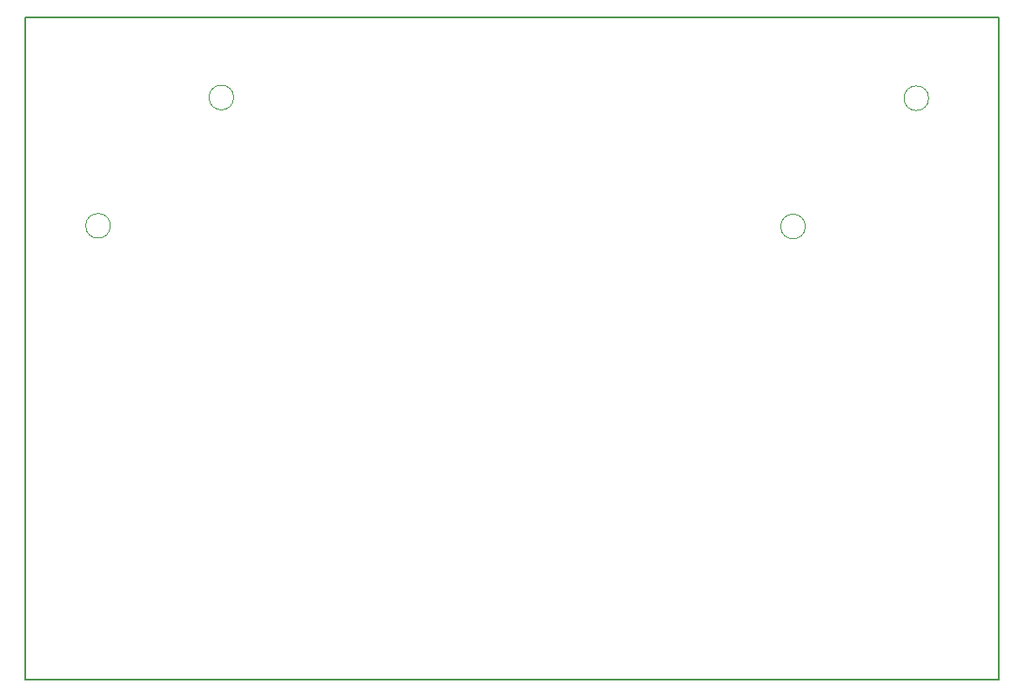
<source format=gbr>
%TF.GenerationSoftware,KiCad,Pcbnew,8.0.3*%
%TF.CreationDate,2024-08-21T11:04:36-06:00*%
%TF.ProjectId,controller,636f6e74-726f-46c6-9c65-722e6b696361,rev?*%
%TF.SameCoordinates,Original*%
%TF.FileFunction,Profile,NP*%
%FSLAX46Y46*%
G04 Gerber Fmt 4.6, Leading zero omitted, Abs format (unit mm)*
G04 Created by KiCad (PCBNEW 8.0.3) date 2024-08-21 11:04:36*
%MOMM*%
%LPD*%
G01*
G04 APERTURE LIST*
%TA.AperFunction,Profile*%
%ADD10C,0.200000*%
%TD*%
%TA.AperFunction,Profile*%
%ADD11C,0.050000*%
%TD*%
G04 APERTURE END LIST*
D10*
X76962000Y-50800000D02*
X171704000Y-50800000D01*
X171704000Y-115316000D01*
X76962000Y-115316000D01*
X76962000Y-50800000D01*
D11*
%TO.C,U1*%
X85230000Y-71130000D02*
G75*
G02*
X82830000Y-71130000I-1200000J0D01*
G01*
X82830000Y-71130000D02*
G75*
G02*
X85230000Y-71130000I1200000J0D01*
G01*
X97230000Y-58630000D02*
G75*
G02*
X94830000Y-58630000I-1200000J0D01*
G01*
X94830000Y-58630000D02*
G75*
G02*
X97230000Y-58630000I1200000J0D01*
G01*
%TO.C,U2*%
X152863000Y-71199000D02*
G75*
G02*
X150463000Y-71199000I-1200000J0D01*
G01*
X150463000Y-71199000D02*
G75*
G02*
X152863000Y-71199000I1200000J0D01*
G01*
X164863000Y-58699000D02*
G75*
G02*
X162463000Y-58699000I-1200000J0D01*
G01*
X162463000Y-58699000D02*
G75*
G02*
X164863000Y-58699000I1200000J0D01*
G01*
%TD*%
M02*

</source>
